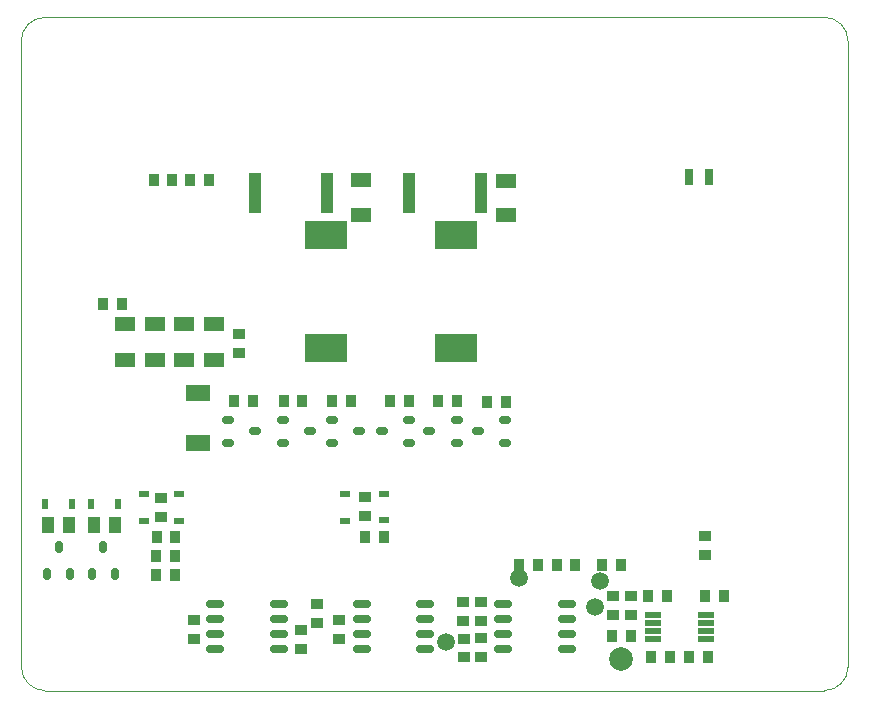
<source format=gtp>
G04*
G04 #@! TF.GenerationSoftware,Altium Limited,Altium Designer,23.9.2 (47)*
G04*
G04 Layer_Color=10066329*
%FSLAX44Y44*%
%MOMM*%
G71*
G04*
G04 #@! TF.SameCoordinates,B568AE66-8DF3-4FEE-8232-9B1AC1FE23A7*
G04*
G04*
G04 #@! TF.FilePolarity,Positive*
G04*
G01*
G75*
%ADD10C,0.1000*%
%ADD17C,1.5000*%
%ADD18R,0.8000X1.3500*%
G04:AMPARAMS|DCode=19|XSize=0.6mm|YSize=1mm|CornerRadius=0.15mm|HoleSize=0mm|Usage=FLASHONLY|Rotation=270.000|XOffset=0mm|YOffset=0mm|HoleType=Round|Shape=RoundedRectangle|*
%AMROUNDEDRECTD19*
21,1,0.6000,0.7000,0,0,270.0*
21,1,0.3000,1.0000,0,0,270.0*
1,1,0.3000,-0.3500,-0.1500*
1,1,0.3000,-0.3500,0.1500*
1,1,0.3000,0.3500,0.1500*
1,1,0.3000,0.3500,-0.1500*
%
%ADD19ROUNDEDRECTD19*%
%ADD20R,0.9500X1.0000*%
%ADD21R,1.0000X0.9500*%
%ADD22R,1.3500X0.5000*%
%ADD23C,2.0000*%
G04:AMPARAMS|DCode=24|XSize=0.6mm|YSize=1.55mm|CornerRadius=0.15mm|HoleSize=0mm|Usage=FLASHONLY|Rotation=90.000|XOffset=0mm|YOffset=0mm|HoleType=Round|Shape=RoundedRectangle|*
%AMROUNDEDRECTD24*
21,1,0.6000,1.2500,0,0,90.0*
21,1,0.3000,1.5500,0,0,90.0*
1,1,0.3000,0.6250,0.1500*
1,1,0.3000,0.6250,-0.1500*
1,1,0.3000,-0.6250,-0.1500*
1,1,0.3000,-0.6250,0.1500*
%
%ADD24ROUNDEDRECTD24*%
%ADD25R,0.8300X0.6300*%
%ADD26R,1.0500X1.4000*%
G04:AMPARAMS|DCode=27|XSize=0.6mm|YSize=1mm|CornerRadius=0.15mm|HoleSize=0mm|Usage=FLASHONLY|Rotation=180.000|XOffset=0mm|YOffset=0mm|HoleType=Round|Shape=RoundedRectangle|*
%AMROUNDEDRECTD27*
21,1,0.6000,0.7000,0,0,180.0*
21,1,0.3000,1.0000,0,0,180.0*
1,1,0.3000,-0.1500,0.3500*
1,1,0.3000,0.1500,0.3500*
1,1,0.3000,0.1500,-0.3500*
1,1,0.3000,-0.1500,-0.3500*
%
%ADD27ROUNDEDRECTD27*%
%ADD28R,0.6300X0.8300*%
%ADD29R,2.0000X1.4000*%
%ADD30R,1.8000X1.1500*%
%ADD31R,3.6000X2.4000*%
%ADD32R,1.1000X3.4000*%
D10*
X20000Y570000D02*
G03*
X0Y550000I0J-20000D01*
G01*
X700000D02*
G03*
X680000Y570000I-20000J0D01*
G01*
X680000Y0D02*
G03*
X700000Y20000I0J20000D01*
G01*
X0D02*
G03*
X20000Y0I20000J0D01*
G01*
X700000Y550000D02*
X700000Y20000D01*
X20000Y570000D02*
X680000D01*
X-0Y550000D02*
X0Y20000D01*
X20000Y0D02*
X680000D01*
D17*
X360000Y41000D02*
D03*
X421000Y95000D02*
D03*
X490000Y93000D02*
D03*
X486000Y71000D02*
D03*
D18*
X565000Y435000D02*
D03*
X582000D02*
D03*
D19*
X368500Y210000D02*
D03*
Y229000D02*
D03*
X345500Y219500D02*
D03*
X386500D02*
D03*
X409500Y229000D02*
D03*
Y210000D02*
D03*
X305000Y219500D02*
D03*
X328000Y229000D02*
D03*
Y210000D02*
D03*
X286000Y219500D02*
D03*
X263000Y210000D02*
D03*
X263000Y229000D02*
D03*
X244500Y219500D02*
D03*
X221500Y210000D02*
D03*
X221500Y229000D02*
D03*
X198000Y219500D02*
D03*
X175000Y210000D02*
D03*
Y229000D02*
D03*
D20*
X352744Y244745D02*
D03*
X368744D02*
D03*
X547000Y80000D02*
D03*
X531000D02*
D03*
X500000Y46000D02*
D03*
X516000D02*
D03*
X549000Y28000D02*
D03*
X533000D02*
D03*
X565000D02*
D03*
X581000D02*
D03*
X579000Y80000D02*
D03*
X595000D02*
D03*
X492000Y106000D02*
D03*
X508000D02*
D03*
X469200Y106000D02*
D03*
X453200D02*
D03*
X421200D02*
D03*
X437200D02*
D03*
X291200Y130000D02*
D03*
X307200D02*
D03*
X114529Y129924D02*
D03*
X130529D02*
D03*
X114200Y114000D02*
D03*
X130200D02*
D03*
Y98000D02*
D03*
X114200D02*
D03*
X410000Y244500D02*
D03*
X394000D02*
D03*
X328000Y245000D02*
D03*
X312000D02*
D03*
X263000Y245000D02*
D03*
X279000Y245000D02*
D03*
X222000Y245000D02*
D03*
X238000D02*
D03*
X180000D02*
D03*
X196000Y245000D02*
D03*
X69000Y327000D02*
D03*
X85000D02*
D03*
X143000Y432000D02*
D03*
X159000D02*
D03*
X112000D02*
D03*
X128000D02*
D03*
D21*
X291000Y164000D02*
D03*
Y148000D02*
D03*
X516000Y64000D02*
D03*
Y80000D02*
D03*
X501000D02*
D03*
Y64000D02*
D03*
X579000Y115000D02*
D03*
Y131000D02*
D03*
X389200Y59000D02*
D03*
Y75000D02*
D03*
X389200Y28150D02*
D03*
Y44150D02*
D03*
X375000Y28000D02*
D03*
Y44000D02*
D03*
X374000Y59000D02*
D03*
X374000Y75000D02*
D03*
X237000Y35000D02*
D03*
Y51000D02*
D03*
X269200Y60000D02*
D03*
Y44000D02*
D03*
X250000Y57000D02*
D03*
Y73000D02*
D03*
X146200Y60000D02*
D03*
Y44000D02*
D03*
X118200Y163000D02*
D03*
Y147000D02*
D03*
X184000Y302000D02*
D03*
Y286000D02*
D03*
D22*
X579440Y44044D02*
D03*
Y50544D02*
D03*
Y57044D02*
D03*
Y63544D02*
D03*
X534939Y44044D02*
D03*
Y50544D02*
D03*
Y57044D02*
D03*
Y63544D02*
D03*
D23*
X508000Y27000D02*
D03*
D24*
X462200Y73050D02*
D03*
Y60350D02*
D03*
Y47650D02*
D03*
Y34950D02*
D03*
X408200D02*
D03*
Y47650D02*
D03*
Y60350D02*
D03*
Y73050D02*
D03*
X342200D02*
D03*
Y60350D02*
D03*
Y47650D02*
D03*
Y34950D02*
D03*
X288200D02*
D03*
Y47650D02*
D03*
Y60350D02*
D03*
Y73050D02*
D03*
X164200D02*
D03*
Y60350D02*
D03*
Y47650D02*
D03*
Y34950D02*
D03*
X218200D02*
D03*
Y47650D02*
D03*
Y60350D02*
D03*
Y73050D02*
D03*
D25*
X307200Y144000D02*
D03*
Y166300D02*
D03*
X274000Y143850D02*
D03*
Y166150D02*
D03*
X133200Y143850D02*
D03*
Y166150D02*
D03*
X104200Y143850D02*
D03*
Y166150D02*
D03*
D26*
X22750Y140251D02*
D03*
X40250D02*
D03*
X61500D02*
D03*
X79000D02*
D03*
D27*
X60000Y98751D02*
D03*
X79000D02*
D03*
X69500Y121751D02*
D03*
X22000Y98751D02*
D03*
X41000D02*
D03*
X31500Y121751D02*
D03*
D28*
X59350Y158251D02*
D03*
X81650D02*
D03*
X20350D02*
D03*
X42650D02*
D03*
D29*
X150000Y252000D02*
D03*
Y210000D02*
D03*
D30*
X163000Y310000D02*
D03*
Y280000D02*
D03*
X138000Y310000D02*
D03*
Y280000D02*
D03*
X113000Y310000D02*
D03*
Y280000D02*
D03*
X88000Y310000D02*
D03*
Y280000D02*
D03*
X410000Y431500D02*
D03*
X410000Y402500D02*
D03*
X288000Y403000D02*
D03*
Y432000D02*
D03*
D31*
X368000Y289800D02*
D03*
Y385800D02*
D03*
X258000Y385800D02*
D03*
Y289800D02*
D03*
D32*
X389500Y421000D02*
D03*
X328500D02*
D03*
X197500D02*
D03*
X258500D02*
D03*
M02*

</source>
